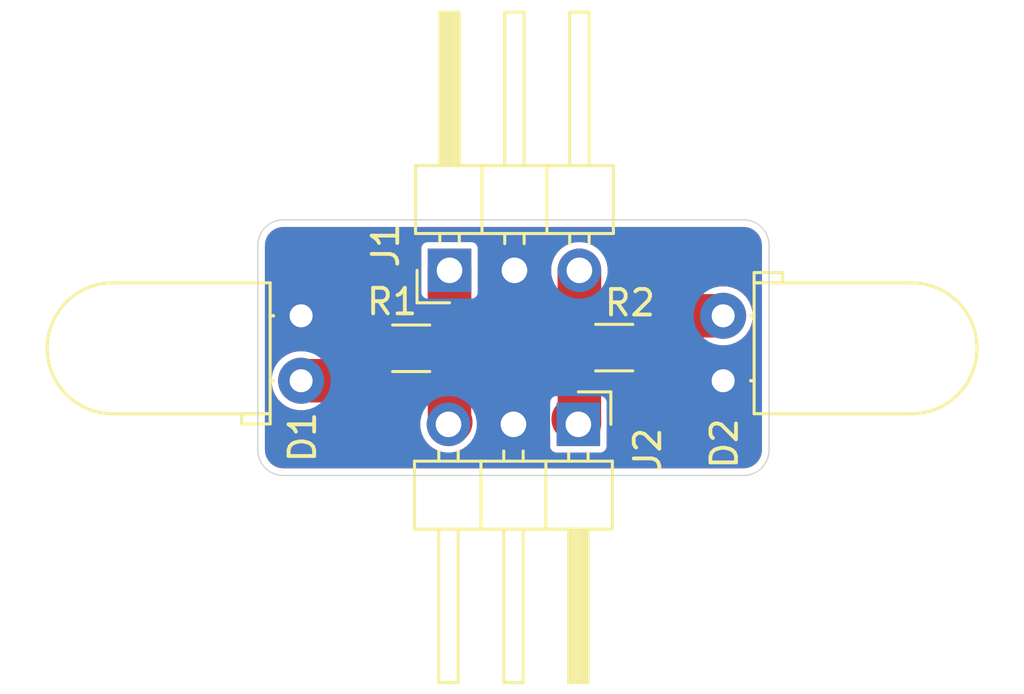
<source format=kicad_pcb>
(kicad_pcb (version 20171130) (host pcbnew 5.99.0+really5.1.10+dfsg1-1)

  (general
    (thickness 1.6)
    (drawings 8)
    (tracks 14)
    (zones 0)
    (modules 6)
    (nets 6)
  )

  (page A4)
  (layers
    (0 F.Cu signal)
    (31 B.Cu signal)
    (32 B.Adhes user)
    (33 F.Adhes user)
    (34 B.Paste user)
    (35 F.Paste user)
    (36 B.SilkS user)
    (37 F.SilkS user)
    (38 B.Mask user)
    (39 F.Mask user)
    (40 Dwgs.User user)
    (41 Cmts.User user)
    (42 Eco1.User user)
    (43 Eco2.User user)
    (44 Edge.Cuts user)
    (45 Margin user)
    (46 B.CrtYd user)
    (47 F.CrtYd user)
    (48 B.Fab user)
    (49 F.Fab user)
  )

  (setup
    (last_trace_width 1.7)
    (user_trace_width 1.7)
    (trace_clearance 0.2)
    (zone_clearance 0.254)
    (zone_45_only no)
    (trace_min 0.2)
    (via_size 0.8)
    (via_drill 0.4)
    (via_min_size 0.4)
    (via_min_drill 0.3)
    (uvia_size 0.3)
    (uvia_drill 0.1)
    (uvias_allowed no)
    (uvia_min_size 0.2)
    (uvia_min_drill 0.1)
    (edge_width 0.05)
    (segment_width 0.2)
    (pcb_text_width 0.3)
    (pcb_text_size 1.5 1.5)
    (mod_edge_width 0.12)
    (mod_text_size 1 1)
    (mod_text_width 0.15)
    (pad_size 1.524 1.524)
    (pad_drill 0.762)
    (pad_to_mask_clearance 0)
    (aux_axis_origin 137 106)
    (grid_origin 137 106)
    (visible_elements FFFFFF7F)
    (pcbplotparams
      (layerselection 0x010fc_ffffffff)
      (usegerberextensions false)
      (usegerberattributes true)
      (usegerberadvancedattributes true)
      (creategerberjobfile true)
      (excludeedgelayer true)
      (linewidth 0.100000)
      (plotframeref false)
      (viasonmask false)
      (mode 1)
      (useauxorigin false)
      (hpglpennumber 1)
      (hpglpenspeed 20)
      (hpglpendiameter 15.000000)
      (psnegative false)
      (psa4output false)
      (plotreference true)
      (plotvalue true)
      (plotinvisibletext false)
      (padsonsilk false)
      (subtractmaskfromsilk false)
      (outputformat 1)
      (mirror false)
      (drillshape 1)
      (scaleselection 1)
      (outputdirectory ""))
  )

  (net 0 "")
  (net 1 "Net-(D1-Pad2)")
  (net 2 GND)
  (net 3 "Net-(D2-Pad2)")
  (net 4 "Net-(J1-Pad3)")
  (net 5 "Net-(J1-Pad1)")

  (net_class Default "This is the default net class."
    (clearance 0.2)
    (trace_width 0.25)
    (via_dia 0.8)
    (via_drill 0.4)
    (uvia_dia 0.3)
    (uvia_drill 0.1)
    (add_net GND)
    (add_net "Net-(D1-Pad2)")
    (add_net "Net-(D2-Pad2)")
    (add_net "Net-(J1-Pad1)")
    (add_net "Net-(J1-Pad3)")
  )

  (module Resistor_SMD:R_1206_3216Metric_Pad1.30x1.75mm_HandSolder (layer F.Cu) (tedit 5F68FEEE) (tstamp 620EA4B4)
    (at 150.94188 100.9986)
    (descr "Resistor SMD 1206 (3216 Metric), square (rectangular) end terminal, IPC_7351 nominal with elongated pad for handsoldering. (Body size source: IPC-SM-782 page 72, https://www.pcb-3d.com/wordpress/wp-content/uploads/ipc-sm-782a_amendment_1_and_2.pdf), generated with kicad-footprint-generator")
    (tags "resistor handsolder")
    (path /620DED1F)
    (attr smd)
    (fp_text reference R2 (at 0.614 -1.75) (layer F.SilkS)
      (effects (font (size 1 1) (thickness 0.15)))
    )
    (fp_text value 270 (at 0 1.82) (layer F.Fab)
      (effects (font (size 1 1) (thickness 0.15)))
    )
    (fp_line (start 2.45 1.12) (end -2.45 1.12) (layer F.CrtYd) (width 0.05))
    (fp_line (start 2.45 -1.12) (end 2.45 1.12) (layer F.CrtYd) (width 0.05))
    (fp_line (start -2.45 -1.12) (end 2.45 -1.12) (layer F.CrtYd) (width 0.05))
    (fp_line (start -2.45 1.12) (end -2.45 -1.12) (layer F.CrtYd) (width 0.05))
    (fp_line (start -0.727064 0.91) (end 0.727064 0.91) (layer F.SilkS) (width 0.12))
    (fp_line (start -0.727064 -0.91) (end 0.727064 -0.91) (layer F.SilkS) (width 0.12))
    (fp_line (start 1.6 0.8) (end -1.6 0.8) (layer F.Fab) (width 0.1))
    (fp_line (start 1.6 -0.8) (end 1.6 0.8) (layer F.Fab) (width 0.1))
    (fp_line (start -1.6 -0.8) (end 1.6 -0.8) (layer F.Fab) (width 0.1))
    (fp_line (start -1.6 0.8) (end -1.6 -0.8) (layer F.Fab) (width 0.1))
    (fp_text user %R (at 0 0) (layer F.Fab)
      (effects (font (size 0.8 0.8) (thickness 0.12)))
    )
    (pad 2 smd roundrect (at 1.55 0) (size 1.3 1.75) (layers F.Cu F.Paste F.Mask) (roundrect_rratio 0.192308)
      (net 3 "Net-(D2-Pad2)"))
    (pad 1 smd roundrect (at -1.55 0) (size 1.3 1.75) (layers F.Cu F.Paste F.Mask) (roundrect_rratio 0.192308)
      (net 4 "Net-(J1-Pad3)"))
    (model ${KISYS3DMOD}/Resistor_SMD.3dshapes/R_1206_3216Metric.wrl
      (at (xyz 0 0 0))
      (scale (xyz 1 1 1))
      (rotate (xyz 0 0 0))
    )
  )

  (module Resistor_SMD:R_1206_3216Metric_Pad1.30x1.75mm_HandSolder (layer F.Cu) (tedit 5F68FEEE) (tstamp 620D86D4)
    (at 143 101.024)
    (descr "Resistor SMD 1206 (3216 Metric), square (rectangular) end terminal, IPC_7351 nominal with elongated pad for handsoldering. (Body size source: IPC-SM-782 page 72, https://www.pcb-3d.com/wordpress/wp-content/uploads/ipc-sm-782a_amendment_1_and_2.pdf), generated with kicad-footprint-generator")
    (tags "resistor handsolder")
    (path /620D5E2F)
    (attr smd)
    (fp_text reference R1 (at -0.75 -1.82) (layer F.SilkS)
      (effects (font (size 1 1) (thickness 0.15)))
    )
    (fp_text value 270 (at 0 1.82) (layer F.Fab)
      (effects (font (size 1 1) (thickness 0.15)))
    )
    (fp_line (start 2.45 1.12) (end -2.45 1.12) (layer F.CrtYd) (width 0.05))
    (fp_line (start 2.45 -1.12) (end 2.45 1.12) (layer F.CrtYd) (width 0.05))
    (fp_line (start -2.45 -1.12) (end 2.45 -1.12) (layer F.CrtYd) (width 0.05))
    (fp_line (start -2.45 1.12) (end -2.45 -1.12) (layer F.CrtYd) (width 0.05))
    (fp_line (start -0.727064 0.91) (end 0.727064 0.91) (layer F.SilkS) (width 0.12))
    (fp_line (start -0.727064 -0.91) (end 0.727064 -0.91) (layer F.SilkS) (width 0.12))
    (fp_line (start 1.6 0.8) (end -1.6 0.8) (layer F.Fab) (width 0.1))
    (fp_line (start 1.6 -0.8) (end 1.6 0.8) (layer F.Fab) (width 0.1))
    (fp_line (start -1.6 -0.8) (end 1.6 -0.8) (layer F.Fab) (width 0.1))
    (fp_line (start -1.6 0.8) (end -1.6 -0.8) (layer F.Fab) (width 0.1))
    (fp_text user %R (at 0 0) (layer F.Fab)
      (effects (font (size 0.8 0.8) (thickness 0.12)))
    )
    (pad 2 smd roundrect (at 1.55 0) (size 1.3 1.75) (layers F.Cu F.Paste F.Mask) (roundrect_rratio 0.192308)
      (net 5 "Net-(J1-Pad1)"))
    (pad 1 smd roundrect (at -1.55 0) (size 1.3 1.75) (layers F.Cu F.Paste F.Mask) (roundrect_rratio 0.192308)
      (net 1 "Net-(D1-Pad2)"))
    (model ${KISYS3DMOD}/Resistor_SMD.3dshapes/R_1206_3216Metric.wrl
      (at (xyz 0 0 0))
      (scale (xyz 1 1 1))
      (rotate (xyz 0 0 0))
    )
  )

  (module Connector_PinHeader_2.54mm:PinHeader_1x03_P2.54mm_Horizontal (layer F.Cu) (tedit 59FED5CB) (tstamp 620D86C3)
    (at 149.54 104 270)
    (descr "Through hole angled pin header, 1x03, 2.54mm pitch, 6mm pin length, single row")
    (tags "Through hole angled pin header THT 1x03 2.54mm single row")
    (path /620D6340)
    (fp_text reference J2 (at 1 -2.71 90) (layer F.SilkS)
      (effects (font (size 1 1) (thickness 0.15)))
    )
    (fp_text value Conn_01x03 (at 4.385 7.35 90) (layer F.Fab)
      (effects (font (size 1 1) (thickness 0.15)))
    )
    (fp_line (start 10.55 -1.8) (end -1.8 -1.8) (layer F.CrtYd) (width 0.05))
    (fp_line (start 10.55 6.85) (end 10.55 -1.8) (layer F.CrtYd) (width 0.05))
    (fp_line (start -1.8 6.85) (end 10.55 6.85) (layer F.CrtYd) (width 0.05))
    (fp_line (start -1.8 -1.8) (end -1.8 6.85) (layer F.CrtYd) (width 0.05))
    (fp_line (start -1.27 -1.27) (end 0 -1.27) (layer F.SilkS) (width 0.12))
    (fp_line (start -1.27 0) (end -1.27 -1.27) (layer F.SilkS) (width 0.12))
    (fp_line (start 1.042929 5.46) (end 1.44 5.46) (layer F.SilkS) (width 0.12))
    (fp_line (start 1.042929 4.7) (end 1.44 4.7) (layer F.SilkS) (width 0.12))
    (fp_line (start 10.1 5.46) (end 4.1 5.46) (layer F.SilkS) (width 0.12))
    (fp_line (start 10.1 4.7) (end 10.1 5.46) (layer F.SilkS) (width 0.12))
    (fp_line (start 4.1 4.7) (end 10.1 4.7) (layer F.SilkS) (width 0.12))
    (fp_line (start 1.44 3.81) (end 4.1 3.81) (layer F.SilkS) (width 0.12))
    (fp_line (start 1.042929 2.92) (end 1.44 2.92) (layer F.SilkS) (width 0.12))
    (fp_line (start 1.042929 2.16) (end 1.44 2.16) (layer F.SilkS) (width 0.12))
    (fp_line (start 10.1 2.92) (end 4.1 2.92) (layer F.SilkS) (width 0.12))
    (fp_line (start 10.1 2.16) (end 10.1 2.92) (layer F.SilkS) (width 0.12))
    (fp_line (start 4.1 2.16) (end 10.1 2.16) (layer F.SilkS) (width 0.12))
    (fp_line (start 1.44 1.27) (end 4.1 1.27) (layer F.SilkS) (width 0.12))
    (fp_line (start 1.11 0.38) (end 1.44 0.38) (layer F.SilkS) (width 0.12))
    (fp_line (start 1.11 -0.38) (end 1.44 -0.38) (layer F.SilkS) (width 0.12))
    (fp_line (start 4.1 0.28) (end 10.1 0.28) (layer F.SilkS) (width 0.12))
    (fp_line (start 4.1 0.16) (end 10.1 0.16) (layer F.SilkS) (width 0.12))
    (fp_line (start 4.1 0.04) (end 10.1 0.04) (layer F.SilkS) (width 0.12))
    (fp_line (start 4.1 -0.08) (end 10.1 -0.08) (layer F.SilkS) (width 0.12))
    (fp_line (start 4.1 -0.2) (end 10.1 -0.2) (layer F.SilkS) (width 0.12))
    (fp_line (start 4.1 -0.32) (end 10.1 -0.32) (layer F.SilkS) (width 0.12))
    (fp_line (start 10.1 0.38) (end 4.1 0.38) (layer F.SilkS) (width 0.12))
    (fp_line (start 10.1 -0.38) (end 10.1 0.38) (layer F.SilkS) (width 0.12))
    (fp_line (start 4.1 -0.38) (end 10.1 -0.38) (layer F.SilkS) (width 0.12))
    (fp_line (start 4.1 -1.33) (end 1.44 -1.33) (layer F.SilkS) (width 0.12))
    (fp_line (start 4.1 6.41) (end 4.1 -1.33) (layer F.SilkS) (width 0.12))
    (fp_line (start 1.44 6.41) (end 4.1 6.41) (layer F.SilkS) (width 0.12))
    (fp_line (start 1.44 -1.33) (end 1.44 6.41) (layer F.SilkS) (width 0.12))
    (fp_line (start 4.04 5.4) (end 10.04 5.4) (layer F.Fab) (width 0.1))
    (fp_line (start 10.04 4.76) (end 10.04 5.4) (layer F.Fab) (width 0.1))
    (fp_line (start 4.04 4.76) (end 10.04 4.76) (layer F.Fab) (width 0.1))
    (fp_line (start -0.32 5.4) (end 1.5 5.4) (layer F.Fab) (width 0.1))
    (fp_line (start -0.32 4.76) (end -0.32 5.4) (layer F.Fab) (width 0.1))
    (fp_line (start -0.32 4.76) (end 1.5 4.76) (layer F.Fab) (width 0.1))
    (fp_line (start 4.04 2.86) (end 10.04 2.86) (layer F.Fab) (width 0.1))
    (fp_line (start 10.04 2.22) (end 10.04 2.86) (layer F.Fab) (width 0.1))
    (fp_line (start 4.04 2.22) (end 10.04 2.22) (layer F.Fab) (width 0.1))
    (fp_line (start -0.32 2.86) (end 1.5 2.86) (layer F.Fab) (width 0.1))
    (fp_line (start -0.32 2.22) (end -0.32 2.86) (layer F.Fab) (width 0.1))
    (fp_line (start -0.32 2.22) (end 1.5 2.22) (layer F.Fab) (width 0.1))
    (fp_line (start 4.04 0.32) (end 10.04 0.32) (layer F.Fab) (width 0.1))
    (fp_line (start 10.04 -0.32) (end 10.04 0.32) (layer F.Fab) (width 0.1))
    (fp_line (start 4.04 -0.32) (end 10.04 -0.32) (layer F.Fab) (width 0.1))
    (fp_line (start -0.32 0.32) (end 1.5 0.32) (layer F.Fab) (width 0.1))
    (fp_line (start -0.32 -0.32) (end -0.32 0.32) (layer F.Fab) (width 0.1))
    (fp_line (start -0.32 -0.32) (end 1.5 -0.32) (layer F.Fab) (width 0.1))
    (fp_line (start 1.5 -0.635) (end 2.135 -1.27) (layer F.Fab) (width 0.1))
    (fp_line (start 1.5 6.35) (end 1.5 -0.635) (layer F.Fab) (width 0.1))
    (fp_line (start 4.04 6.35) (end 1.5 6.35) (layer F.Fab) (width 0.1))
    (fp_line (start 4.04 -1.27) (end 4.04 6.35) (layer F.Fab) (width 0.1))
    (fp_line (start 2.135 -1.27) (end 4.04 -1.27) (layer F.Fab) (width 0.1))
    (fp_text user %R (at 2.77 2.54) (layer F.Fab)
      (effects (font (size 1 1) (thickness 0.15)))
    )
    (pad 3 thru_hole oval (at 0 5.08 270) (size 1.7 1.7) (drill 1) (layers *.Cu *.Mask)
      (net 5 "Net-(J1-Pad1)"))
    (pad 2 thru_hole oval (at 0 2.54 270) (size 1.7 1.7) (drill 1) (layers *.Cu *.Mask)
      (net 2 GND))
    (pad 1 thru_hole rect (at 0 0 270) (size 1.7 1.7) (drill 1) (layers *.Cu *.Mask)
      (net 4 "Net-(J1-Pad3)"))
    (model ${KISYS3DMOD}/Connector_PinHeader_2.54mm.3dshapes/PinHeader_1x03_P2.54mm_Horizontal.wrl
      (at (xyz 0 0 0))
      (scale (xyz 1 1 1))
      (rotate (xyz 0 0 0))
    )
  )

  (module Connector_PinHeader_2.54mm:PinHeader_1x03_P2.54mm_Horizontal (layer F.Cu) (tedit 59FED5CB) (tstamp 620EA625)
    (at 144.5 97.976 90)
    (descr "Through hole angled pin header, 1x03, 2.54mm pitch, 6mm pin length, single row")
    (tags "Through hole angled pin header THT 1x03 2.54mm single row")
    (path /620DA4B2)
    (fp_text reference J1 (at 0.976 -2.5 90) (layer F.SilkS)
      (effects (font (size 1 1) (thickness 0.15)))
    )
    (fp_text value Conn_01x03 (at 4.385 7.35 90) (layer F.Fab)
      (effects (font (size 1 1) (thickness 0.15)))
    )
    (fp_line (start 10.55 -1.8) (end -1.8 -1.8) (layer F.CrtYd) (width 0.05))
    (fp_line (start 10.55 6.85) (end 10.55 -1.8) (layer F.CrtYd) (width 0.05))
    (fp_line (start -1.8 6.85) (end 10.55 6.85) (layer F.CrtYd) (width 0.05))
    (fp_line (start -1.8 -1.8) (end -1.8 6.85) (layer F.CrtYd) (width 0.05))
    (fp_line (start -1.27 -1.27) (end 0 -1.27) (layer F.SilkS) (width 0.12))
    (fp_line (start -1.27 0) (end -1.27 -1.27) (layer F.SilkS) (width 0.12))
    (fp_line (start 1.042929 5.46) (end 1.44 5.46) (layer F.SilkS) (width 0.12))
    (fp_line (start 1.042929 4.7) (end 1.44 4.7) (layer F.SilkS) (width 0.12))
    (fp_line (start 10.1 5.46) (end 4.1 5.46) (layer F.SilkS) (width 0.12))
    (fp_line (start 10.1 4.7) (end 10.1 5.46) (layer F.SilkS) (width 0.12))
    (fp_line (start 4.1 4.7) (end 10.1 4.7) (layer F.SilkS) (width 0.12))
    (fp_line (start 1.44 3.81) (end 4.1 3.81) (layer F.SilkS) (width 0.12))
    (fp_line (start 1.042929 2.92) (end 1.44 2.92) (layer F.SilkS) (width 0.12))
    (fp_line (start 1.042929 2.16) (end 1.44 2.16) (layer F.SilkS) (width 0.12))
    (fp_line (start 10.1 2.92) (end 4.1 2.92) (layer F.SilkS) (width 0.12))
    (fp_line (start 10.1 2.16) (end 10.1 2.92) (layer F.SilkS) (width 0.12))
    (fp_line (start 4.1 2.16) (end 10.1 2.16) (layer F.SilkS) (width 0.12))
    (fp_line (start 1.44 1.27) (end 4.1 1.27) (layer F.SilkS) (width 0.12))
    (fp_line (start 1.11 0.38) (end 1.44 0.38) (layer F.SilkS) (width 0.12))
    (fp_line (start 1.11 -0.38) (end 1.44 -0.38) (layer F.SilkS) (width 0.12))
    (fp_line (start 4.1 0.28) (end 10.1 0.28) (layer F.SilkS) (width 0.12))
    (fp_line (start 4.1 0.16) (end 10.1 0.16) (layer F.SilkS) (width 0.12))
    (fp_line (start 4.1 0.04) (end 10.1 0.04) (layer F.SilkS) (width 0.12))
    (fp_line (start 4.1 -0.08) (end 10.1 -0.08) (layer F.SilkS) (width 0.12))
    (fp_line (start 4.1 -0.2) (end 10.1 -0.2) (layer F.SilkS) (width 0.12))
    (fp_line (start 4.1 -0.32) (end 10.1 -0.32) (layer F.SilkS) (width 0.12))
    (fp_line (start 10.1 0.38) (end 4.1 0.38) (layer F.SilkS) (width 0.12))
    (fp_line (start 10.1 -0.38) (end 10.1 0.38) (layer F.SilkS) (width 0.12))
    (fp_line (start 4.1 -0.38) (end 10.1 -0.38) (layer F.SilkS) (width 0.12))
    (fp_line (start 4.1 -1.33) (end 1.44 -1.33) (layer F.SilkS) (width 0.12))
    (fp_line (start 4.1 6.41) (end 4.1 -1.33) (layer F.SilkS) (width 0.12))
    (fp_line (start 1.44 6.41) (end 4.1 6.41) (layer F.SilkS) (width 0.12))
    (fp_line (start 1.44 -1.33) (end 1.44 6.41) (layer F.SilkS) (width 0.12))
    (fp_line (start 4.04 5.4) (end 10.04 5.4) (layer F.Fab) (width 0.1))
    (fp_line (start 10.04 4.76) (end 10.04 5.4) (layer F.Fab) (width 0.1))
    (fp_line (start 4.04 4.76) (end 10.04 4.76) (layer F.Fab) (width 0.1))
    (fp_line (start -0.32 5.4) (end 1.5 5.4) (layer F.Fab) (width 0.1))
    (fp_line (start -0.32 4.76) (end -0.32 5.4) (layer F.Fab) (width 0.1))
    (fp_line (start -0.32 4.76) (end 1.5 4.76) (layer F.Fab) (width 0.1))
    (fp_line (start 4.04 2.86) (end 10.04 2.86) (layer F.Fab) (width 0.1))
    (fp_line (start 10.04 2.22) (end 10.04 2.86) (layer F.Fab) (width 0.1))
    (fp_line (start 4.04 2.22) (end 10.04 2.22) (layer F.Fab) (width 0.1))
    (fp_line (start -0.32 2.86) (end 1.5 2.86) (layer F.Fab) (width 0.1))
    (fp_line (start -0.32 2.22) (end -0.32 2.86) (layer F.Fab) (width 0.1))
    (fp_line (start -0.32 2.22) (end 1.5 2.22) (layer F.Fab) (width 0.1))
    (fp_line (start 4.04 0.32) (end 10.04 0.32) (layer F.Fab) (width 0.1))
    (fp_line (start 10.04 -0.32) (end 10.04 0.32) (layer F.Fab) (width 0.1))
    (fp_line (start 4.04 -0.32) (end 10.04 -0.32) (layer F.Fab) (width 0.1))
    (fp_line (start -0.32 0.32) (end 1.5 0.32) (layer F.Fab) (width 0.1))
    (fp_line (start -0.32 -0.32) (end -0.32 0.32) (layer F.Fab) (width 0.1))
    (fp_line (start -0.32 -0.32) (end 1.5 -0.32) (layer F.Fab) (width 0.1))
    (fp_line (start 1.5 -0.635) (end 2.135 -1.27) (layer F.Fab) (width 0.1))
    (fp_line (start 1.5 6.35) (end 1.5 -0.635) (layer F.Fab) (width 0.1))
    (fp_line (start 4.04 6.35) (end 1.5 6.35) (layer F.Fab) (width 0.1))
    (fp_line (start 4.04 -1.27) (end 4.04 6.35) (layer F.Fab) (width 0.1))
    (fp_line (start 2.135 -1.27) (end 4.04 -1.27) (layer F.Fab) (width 0.1))
    (fp_text user %R (at 2.77 2.54) (layer F.Fab)
      (effects (font (size 1 1) (thickness 0.15)))
    )
    (pad 3 thru_hole oval (at 0 5.08 90) (size 1.7 1.7) (drill 1) (layers *.Cu *.Mask)
      (net 4 "Net-(J1-Pad3)"))
    (pad 2 thru_hole oval (at 0 2.54 90) (size 1.7 1.7) (drill 1) (layers *.Cu *.Mask)
      (net 2 GND))
    (pad 1 thru_hole rect (at 0 0 90) (size 1.7 1.7) (drill 1) (layers *.Cu *.Mask)
      (net 5 "Net-(J1-Pad1)"))
    (model ${KISYS3DMOD}/Connector_PinHeader_2.54mm.3dshapes/PinHeader_1x03_P2.54mm_Horizontal.wrl
      (at (xyz 0 0 0))
      (scale (xyz 1 1 1))
      (rotate (xyz 0 0 0))
    )
  )

  (module LED_THT:LED_D5.0mm_Horizontal_O1.27mm_Z3.0mm (layer F.Cu) (tedit 5880A862) (tstamp 620EA81F)
    (at 155.204 102.294 90)
    (descr "LED, diameter 5.0mm z-position of LED center 3.0mm, 2 pins")
    (tags "LED diameter 5.0mm z-position of LED center 3.0mm 2 pins")
    (path /620D6927)
    (fp_text reference D2 (at -2.456 0.046 90) (layer F.SilkS)
      (effects (font (size 1 1) (thickness 0.15)))
    )
    (fp_text value Red (at 1.27 10.93 90) (layer F.Fab)
      (effects (font (size 1 1) (thickness 0.15)))
    )
    (fp_line (start 4.5 -1.25) (end -1.95 -1.25) (layer F.CrtYd) (width 0.05))
    (fp_line (start 4.5 10.2) (end 4.5 -1.25) (layer F.CrtYd) (width 0.05))
    (fp_line (start -1.95 10.2) (end 4.5 10.2) (layer F.CrtYd) (width 0.05))
    (fp_line (start -1.95 -1.25) (end -1.95 10.2) (layer F.CrtYd) (width 0.05))
    (fp_line (start 2.54 1.08) (end 2.54 1.08) (layer F.SilkS) (width 0.12))
    (fp_line (start 2.54 1.21) (end 2.54 1.08) (layer F.SilkS) (width 0.12))
    (fp_line (start 2.54 1.21) (end 2.54 1.21) (layer F.SilkS) (width 0.12))
    (fp_line (start 2.54 1.08) (end 2.54 1.21) (layer F.SilkS) (width 0.12))
    (fp_line (start 0 1.08) (end 0 1.08) (layer F.SilkS) (width 0.12))
    (fp_line (start 0 1.21) (end 0 1.08) (layer F.SilkS) (width 0.12))
    (fp_line (start 0 1.21) (end 0 1.21) (layer F.SilkS) (width 0.12))
    (fp_line (start 0 1.08) (end 0 1.21) (layer F.SilkS) (width 0.12))
    (fp_line (start 3.83 1.21) (end 4.23 1.21) (layer F.SilkS) (width 0.12))
    (fp_line (start 3.83 2.33) (end 3.83 1.21) (layer F.SilkS) (width 0.12))
    (fp_line (start 4.23 2.33) (end 3.83 2.33) (layer F.SilkS) (width 0.12))
    (fp_line (start 4.23 1.21) (end 4.23 2.33) (layer F.SilkS) (width 0.12))
    (fp_line (start -1.29 1.21) (end 3.83 1.21) (layer F.SilkS) (width 0.12))
    (fp_line (start 3.83 1.21) (end 3.83 7.37) (layer F.SilkS) (width 0.12))
    (fp_line (start -1.29 1.21) (end -1.29 7.37) (layer F.SilkS) (width 0.12))
    (fp_line (start 2.54 0) (end 2.54 0) (layer F.Fab) (width 0.1))
    (fp_line (start 2.54 1.27) (end 2.54 0) (layer F.Fab) (width 0.1))
    (fp_line (start 2.54 1.27) (end 2.54 1.27) (layer F.Fab) (width 0.1))
    (fp_line (start 2.54 0) (end 2.54 1.27) (layer F.Fab) (width 0.1))
    (fp_line (start 0 0) (end 0 0) (layer F.Fab) (width 0.1))
    (fp_line (start 0 1.27) (end 0 0) (layer F.Fab) (width 0.1))
    (fp_line (start 0 1.27) (end 0 1.27) (layer F.Fab) (width 0.1))
    (fp_line (start 0 0) (end 0 1.27) (layer F.Fab) (width 0.1))
    (fp_line (start 3.77 1.27) (end 4.17 1.27) (layer F.Fab) (width 0.1))
    (fp_line (start 3.77 2.27) (end 3.77 1.27) (layer F.Fab) (width 0.1))
    (fp_line (start 4.17 2.27) (end 3.77 2.27) (layer F.Fab) (width 0.1))
    (fp_line (start 4.17 1.27) (end 4.17 2.27) (layer F.Fab) (width 0.1))
    (fp_line (start -1.23 1.27) (end 3.77 1.27) (layer F.Fab) (width 0.1))
    (fp_line (start 3.77 1.27) (end 3.77 7.37) (layer F.Fab) (width 0.1))
    (fp_line (start -1.23 1.27) (end -1.23 7.37) (layer F.Fab) (width 0.1))
    (fp_arc (start 1.27 7.37) (end -1.29 7.37) (angle -180) (layer F.SilkS) (width 0.12))
    (fp_arc (start 1.27 7.37) (end -1.23 7.37) (angle -180) (layer F.Fab) (width 0.1))
    (pad 2 thru_hole circle (at 2.54 0 90) (size 1.8 1.8) (drill 0.9) (layers *.Cu *.Mask)
      (net 3 "Net-(D2-Pad2)"))
    (pad 1 thru_hole rect (at 0 0 90) (size 1.8 1.8) (drill 0.9) (layers *.Cu *.Mask)
      (net 2 GND))
    (model ${KISYS3DMOD}/LED_THT.3dshapes/LED_D5.0mm_Horizontal_O1.27mm_Z3.0mm.wrl
      (at (xyz 0 0 0))
      (scale (xyz 1 1 1))
      (rotate (xyz 0 0 0))
    )
  )

  (module LED_THT:LED_D5.0mm_Horizontal_O1.27mm_Z3.0mm (layer F.Cu) (tedit 5880A862) (tstamp 620D8619)
    (at 138.694 99.754 270)
    (descr "LED, diameter 5.0mm z-position of LED center 3.0mm, 2 pins")
    (tags "LED diameter 5.0mm z-position of LED center 3.0mm 2 pins")
    (path /620D5B04)
    (fp_text reference D1 (at 4.746 -0.056 90) (layer F.SilkS)
      (effects (font (size 1 1) (thickness 0.15)))
    )
    (fp_text value Green (at 1.27 10.93 90) (layer F.Fab)
      (effects (font (size 1 1) (thickness 0.15)))
    )
    (fp_line (start 4.5 -1.25) (end -1.95 -1.25) (layer F.CrtYd) (width 0.05))
    (fp_line (start 4.5 10.2) (end 4.5 -1.25) (layer F.CrtYd) (width 0.05))
    (fp_line (start -1.95 10.2) (end 4.5 10.2) (layer F.CrtYd) (width 0.05))
    (fp_line (start -1.95 -1.25) (end -1.95 10.2) (layer F.CrtYd) (width 0.05))
    (fp_line (start 2.54 1.08) (end 2.54 1.08) (layer F.SilkS) (width 0.12))
    (fp_line (start 2.54 1.21) (end 2.54 1.08) (layer F.SilkS) (width 0.12))
    (fp_line (start 2.54 1.21) (end 2.54 1.21) (layer F.SilkS) (width 0.12))
    (fp_line (start 2.54 1.08) (end 2.54 1.21) (layer F.SilkS) (width 0.12))
    (fp_line (start 0 1.08) (end 0 1.08) (layer F.SilkS) (width 0.12))
    (fp_line (start 0 1.21) (end 0 1.08) (layer F.SilkS) (width 0.12))
    (fp_line (start 0 1.21) (end 0 1.21) (layer F.SilkS) (width 0.12))
    (fp_line (start 0 1.08) (end 0 1.21) (layer F.SilkS) (width 0.12))
    (fp_line (start 3.83 1.21) (end 4.23 1.21) (layer F.SilkS) (width 0.12))
    (fp_line (start 3.83 2.33) (end 3.83 1.21) (layer F.SilkS) (width 0.12))
    (fp_line (start 4.23 2.33) (end 3.83 2.33) (layer F.SilkS) (width 0.12))
    (fp_line (start 4.23 1.21) (end 4.23 2.33) (layer F.SilkS) (width 0.12))
    (fp_line (start -1.29 1.21) (end 3.83 1.21) (layer F.SilkS) (width 0.12))
    (fp_line (start 3.83 1.21) (end 3.83 7.37) (layer F.SilkS) (width 0.12))
    (fp_line (start -1.29 1.21) (end -1.29 7.37) (layer F.SilkS) (width 0.12))
    (fp_line (start 2.54 0) (end 2.54 0) (layer F.Fab) (width 0.1))
    (fp_line (start 2.54 1.27) (end 2.54 0) (layer F.Fab) (width 0.1))
    (fp_line (start 2.54 1.27) (end 2.54 1.27) (layer F.Fab) (width 0.1))
    (fp_line (start 2.54 0) (end 2.54 1.27) (layer F.Fab) (width 0.1))
    (fp_line (start 0 0) (end 0 0) (layer F.Fab) (width 0.1))
    (fp_line (start 0 1.27) (end 0 0) (layer F.Fab) (width 0.1))
    (fp_line (start 0 1.27) (end 0 1.27) (layer F.Fab) (width 0.1))
    (fp_line (start 0 0) (end 0 1.27) (layer F.Fab) (width 0.1))
    (fp_line (start 3.77 1.27) (end 4.17 1.27) (layer F.Fab) (width 0.1))
    (fp_line (start 3.77 2.27) (end 3.77 1.27) (layer F.Fab) (width 0.1))
    (fp_line (start 4.17 2.27) (end 3.77 2.27) (layer F.Fab) (width 0.1))
    (fp_line (start 4.17 1.27) (end 4.17 2.27) (layer F.Fab) (width 0.1))
    (fp_line (start -1.23 1.27) (end 3.77 1.27) (layer F.Fab) (width 0.1))
    (fp_line (start 3.77 1.27) (end 3.77 7.37) (layer F.Fab) (width 0.1))
    (fp_line (start -1.23 1.27) (end -1.23 7.37) (layer F.Fab) (width 0.1))
    (fp_arc (start 1.27 7.37) (end -1.29 7.37) (angle -180) (layer F.SilkS) (width 0.12))
    (fp_arc (start 1.27 7.37) (end -1.23 7.37) (angle -180) (layer F.Fab) (width 0.1))
    (pad 2 thru_hole circle (at 2.54 0 270) (size 1.8 1.8) (drill 0.9) (layers *.Cu *.Mask)
      (net 1 "Net-(D1-Pad2)"))
    (pad 1 thru_hole rect (at 0 0 270) (size 1.8 1.8) (drill 0.9) (layers *.Cu *.Mask)
      (net 2 GND))
    (model ${KISYS3DMOD}/LED_THT.3dshapes/LED_D5.0mm_Horizontal_O1.27mm_Z3.0mm.wrl
      (at (xyz 0 0 0))
      (scale (xyz 1 1 1))
      (rotate (xyz 0 0 0))
    )
  )

  (gr_arc (start 138 105) (end 137 105) (angle -90) (layer Edge.Cuts) (width 0.05) (tstamp 620EAB59))
  (gr_arc (start 138 97) (end 138 96) (angle -90) (layer Edge.Cuts) (width 0.05) (tstamp 620EAB59))
  (gr_arc (start 156 97) (end 157 97) (angle -90) (layer Edge.Cuts) (width 0.05) (tstamp 620EAB59))
  (gr_arc (start 156 105) (end 156 106) (angle -90) (layer Edge.Cuts) (width 0.05))
  (gr_line (start 156 96) (end 138 96) (layer Edge.Cuts) (width 0.05) (tstamp 620EA009))
  (gr_line (start 157 105) (end 157 97) (layer Edge.Cuts) (width 0.05))
  (gr_line (start 138 106) (end 156 106) (layer Edge.Cuts) (width 0.05))
  (gr_line (start 137 97) (end 137 105) (layer Edge.Cuts) (width 0.05))

  (segment (start 141.45 101.024) (end 141.361 101.024) (width 1.7) (layer F.Cu) (net 1))
  (segment (start 140.091 102.294) (end 138.694 102.294) (width 1.7) (layer F.Cu) (net 1))
  (segment (start 141.361 101.024) (end 140.091 102.294) (width 1.7) (layer F.Cu) (net 1))
  (segment (start 152.49188 100.9986) (end 152.49188 100.68812) (width 1.7) (layer F.Cu) (net 3))
  (segment (start 153.426 99.754) (end 155.204 99.754) (width 1.7) (layer F.Cu) (net 3))
  (segment (start 152.49188 100.68812) (end 153.426 99.754) (width 1.7) (layer F.Cu) (net 3))
  (segment (start 149.58 97.976) (end 149.58 100.756) (width 1.7) (layer F.Cu) (net 4))
  (segment (start 149.336 103.796) (end 149.54 104) (width 1.7) (layer F.Cu) (net 4))
  (segment (start 149.58 103.96) (end 149.54 104) (width 1.7) (layer F.Cu) (net 4))
  (segment (start 149.58 97.976) (end 149.58 103.96) (width 1.7) (layer F.Cu) (net 4))
  (segment (start 144.5 97.976) (end 144.5 100.974) (width 1.7) (layer F.Cu) (net 5))
  (segment (start 144.55 103.91) (end 144.46 104) (width 1.7) (layer F.Cu) (net 5))
  (segment (start 144.5 103.96) (end 144.46 104) (width 1.7) (layer F.Cu) (net 5))
  (segment (start 144.5 97.976) (end 144.5 103.96) (width 1.7) (layer F.Cu) (net 5))

  (zone (net 2) (net_name GND) (layer F.Cu) (tstamp 0) (hatch edge 0.508)
    (connect_pads yes (clearance 0.254))
    (min_thickness 0.127)
    (fill yes (arc_segments 32) (thermal_gap 0.508) (thermal_bridge_width 0.508))
    (polygon
      (pts
        (xy 157 106) (xy 137 106) (xy 137 96) (xy 157 96)
      )
    )
    (filled_polygon
      (pts
        (xy 156.127388 96.356633) (xy 156.249926 96.393629) (xy 156.362948 96.453724) (xy 156.46214 96.534622) (xy 156.543731 96.633249)
        (xy 156.60461 96.745844) (xy 156.642461 96.868121) (xy 156.657501 97.01121) (xy 156.6575 104.983253) (xy 156.643367 105.127388)
        (xy 156.606371 105.249926) (xy 156.546275 105.36295) (xy 156.465378 105.46214) (xy 156.366754 105.543729) (xy 156.254156 105.60461)
        (xy 156.131879 105.642461) (xy 155.988799 105.6575) (xy 138.016747 105.6575) (xy 137.872612 105.643367) (xy 137.750074 105.606371)
        (xy 137.63705 105.546275) (xy 137.53786 105.465378) (xy 137.456271 105.366754) (xy 137.39539 105.254156) (xy 137.357539 105.131879)
        (xy 137.3425 104.988799) (xy 137.3425 104) (xy 143.286851 104) (xy 143.2925 104.057354) (xy 143.2925 104.114989)
        (xy 143.303744 104.171519) (xy 143.309393 104.228869) (xy 143.326121 104.284013) (xy 143.337366 104.340547) (xy 143.359424 104.393801)
        (xy 143.376152 104.448944) (xy 143.403316 104.499764) (xy 143.425375 104.553019) (xy 143.4574 104.600947) (xy 143.484563 104.651766)
        (xy 143.52112 104.696311) (xy 143.553144 104.744238) (xy 143.593901 104.784995) (xy 143.630459 104.829541) (xy 143.675005 104.866099)
        (xy 143.715762 104.906856) (xy 143.763689 104.93888) (xy 143.808234 104.975437) (xy 143.859053 105.0026) (xy 143.906981 105.034625)
        (xy 143.960236 105.056684) (xy 144.011056 105.083848) (xy 144.066199 105.100576) (xy 144.119453 105.122634) (xy 144.175987 105.133879)
        (xy 144.231131 105.150607) (xy 144.288481 105.156256) (xy 144.345011 105.1675) (xy 144.402646 105.1675) (xy 144.46 105.173149)
        (xy 144.517354 105.1675) (xy 144.574989 105.1675) (xy 144.631519 105.156256) (xy 144.688869 105.150607) (xy 144.744013 105.133879)
        (xy 144.800547 105.122634) (xy 144.853801 105.100576) (xy 144.908944 105.083848) (xy 144.959764 105.056684) (xy 145.013019 105.034625)
        (xy 145.060947 105.0026) (xy 145.111766 104.975437) (xy 145.156313 104.938879) (xy 145.204238 104.906856) (xy 145.284985 104.826109)
        (xy 145.329542 104.789542) (xy 145.366109 104.744985) (xy 145.416103 104.694991) (xy 145.525437 104.561766) (xy 145.633848 104.358944)
        (xy 145.700607 104.13887) (xy 145.723149 103.910001) (xy 145.711921 103.796) (xy 148.162851 103.796) (xy 148.185393 104.024869)
        (xy 148.252152 104.244944) (xy 148.360563 104.447766) (xy 148.370964 104.46044) (xy 148.370964 104.85) (xy 148.377094 104.912241)
        (xy 148.395249 104.97209) (xy 148.424731 105.027247) (xy 148.464407 105.075593) (xy 148.512753 105.115269) (xy 148.56791 105.144751)
        (xy 148.627759 105.162906) (xy 148.69 105.169036) (xy 149.498241 105.169036) (xy 149.54 105.173149) (xy 149.581759 105.169036)
        (xy 150.39 105.169036) (xy 150.452241 105.162906) (xy 150.51209 105.144751) (xy 150.567247 105.115269) (xy 150.615593 105.075593)
        (xy 150.655269 105.027247) (xy 150.684751 104.97209) (xy 150.702906 104.912241) (xy 150.709036 104.85) (xy 150.709036 104.259981)
        (xy 150.730608 104.188869) (xy 150.753149 103.96) (xy 150.7475 103.902643) (xy 150.7475 100.68812) (xy 151.318731 100.68812)
        (xy 151.32438 100.745474) (xy 151.32438 101.055954) (xy 151.341273 101.227469) (xy 151.408032 101.447544) (xy 151.516442 101.650366)
        (xy 151.526713 101.662881) (xy 151.533778 101.734613) (xy 151.566159 101.841361) (xy 151.618744 101.939739) (xy 151.689511 102.025969)
        (xy 151.775741 102.096736) (xy 151.874119 102.149321) (xy 151.980867 102.181702) (xy 152.09188 102.192636) (xy 152.89188 102.192636)
        (xy 153.002893 102.181702) (xy 153.109641 102.149321) (xy 153.208019 102.096736) (xy 153.294249 102.025969) (xy 153.365016 101.939739)
        (xy 153.417601 101.841361) (xy 153.449982 101.734613) (xy 153.457047 101.662882) (xy 153.467318 101.650367) (xy 153.575728 101.447545)
        (xy 153.642487 101.22747) (xy 153.646733 101.184361) (xy 153.909595 100.9215) (xy 154.841113 100.9215) (xy 154.848868 100.924712)
        (xy 155.084087 100.9715) (xy 155.323913 100.9715) (xy 155.559132 100.924712) (xy 155.780703 100.832935) (xy 155.980111 100.699694)
        (xy 156.149694 100.530111) (xy 156.282935 100.330703) (xy 156.374712 100.109132) (xy 156.4215 99.873913) (xy 156.4215 99.634087)
        (xy 156.374712 99.398868) (xy 156.282935 99.177297) (xy 156.149694 98.977889) (xy 155.980111 98.808306) (xy 155.780703 98.675065)
        (xy 155.559132 98.583288) (xy 155.323913 98.5365) (xy 155.084087 98.5365) (xy 154.848868 98.583288) (xy 154.841113 98.5865)
        (xy 153.483354 98.5865) (xy 153.425999 98.580851) (xy 153.197129 98.603393) (xy 152.977055 98.670152) (xy 152.774233 98.778562)
        (xy 152.596458 98.924458) (xy 152.559896 98.96901) (xy 151.70689 99.822016) (xy 151.662339 99.858578) (xy 151.516443 100.036353)
        (xy 151.408032 100.239175) (xy 151.367669 100.372234) (xy 151.341273 100.459251) (xy 151.318731 100.68812) (xy 150.7475 100.68812)
        (xy 150.7475 97.861011) (xy 150.736256 97.804482) (xy 150.730607 97.74713) (xy 150.713879 97.691984) (xy 150.702634 97.635453)
        (xy 150.680577 97.582202) (xy 150.663848 97.527055) (xy 150.636681 97.476229) (xy 150.614625 97.422981) (xy 150.582607 97.375063)
        (xy 150.555438 97.324233) (xy 150.518872 97.279677) (xy 150.486856 97.231762) (xy 150.446109 97.191015) (xy 150.409542 97.146458)
        (xy 150.364986 97.109892) (xy 150.324238 97.069144) (xy 150.276319 97.037125) (xy 150.231766 97.000562) (xy 150.180941 96.973396)
        (xy 150.133019 96.941375) (xy 150.079767 96.919317) (xy 150.028944 96.892152) (xy 149.973801 96.875424) (xy 149.920547 96.853366)
        (xy 149.864013 96.842121) (xy 149.808869 96.825393) (xy 149.751519 96.819744) (xy 149.694989 96.8085) (xy 149.637354 96.8085)
        (xy 149.58 96.802851) (xy 149.522645 96.8085) (xy 149.465011 96.8085) (xy 149.408482 96.819744) (xy 149.35113 96.825393)
        (xy 149.295984 96.842121) (xy 149.239453 96.853366) (xy 149.186202 96.875423) (xy 149.131055 96.892152) (xy 149.080229 96.919319)
        (xy 149.026981 96.941375) (xy 148.979063 96.973393) (xy 148.928233 97.000562) (xy 148.883677 97.037128) (xy 148.835762 97.069144)
        (xy 148.795015 97.109891) (xy 148.750458 97.146458) (xy 148.713892 97.191014) (xy 148.673144 97.231762) (xy 148.641125 97.279681)
        (xy 148.604562 97.324234) (xy 148.577396 97.375059) (xy 148.545375 97.422981) (xy 148.523317 97.476233) (xy 148.496152 97.527056)
        (xy 148.479424 97.582199) (xy 148.457366 97.635453) (xy 148.446121 97.691987) (xy 148.429393 97.747131) (xy 148.423744 97.804481)
        (xy 148.4125 97.861011) (xy 148.4125 97.918646) (xy 148.412501 102.995634) (xy 148.395249 103.02791) (xy 148.377094 103.087759)
        (xy 148.373028 103.129046) (xy 148.360563 103.144234) (xy 148.252152 103.347056) (xy 148.185393 103.567131) (xy 148.162851 103.796)
        (xy 145.711921 103.796) (xy 145.700607 103.681131) (xy 145.6675 103.571992) (xy 145.6675 98.841596) (xy 145.669036 98.826)
        (xy 145.669036 97.126) (xy 145.662906 97.063759) (xy 145.644751 97.00391) (xy 145.615269 96.948753) (xy 145.575593 96.900407)
        (xy 145.527247 96.860731) (xy 145.47209 96.831249) (xy 145.412241 96.813094) (xy 145.35 96.806964) (xy 144.541759 96.806964)
        (xy 144.5 96.802851) (xy 144.458241 96.806964) (xy 143.65 96.806964) (xy 143.587759 96.813094) (xy 143.52791 96.831249)
        (xy 143.472753 96.860731) (xy 143.424407 96.900407) (xy 143.384731 96.948753) (xy 143.355249 97.00391) (xy 143.337094 97.063759)
        (xy 143.330964 97.126) (xy 143.330964 98.826) (xy 143.3325 98.841597) (xy 143.332501 103.683911) (xy 143.326121 103.715987)
        (xy 143.309393 103.771131) (xy 143.303744 103.828481) (xy 143.2925 103.885011) (xy 143.2925 103.942646) (xy 143.286851 104)
        (xy 137.3425 104) (xy 137.3425 102.174087) (xy 137.4765 102.174087) (xy 137.4765 102.413913) (xy 137.523288 102.649132)
        (xy 137.615065 102.870703) (xy 137.748306 103.070111) (xy 137.917889 103.239694) (xy 138.117297 103.372935) (xy 138.338868 103.464712)
        (xy 138.574087 103.5115) (xy 138.813913 103.5115) (xy 139.049132 103.464712) (xy 139.056887 103.4615) (xy 140.033646 103.4615)
        (xy 140.091 103.467149) (xy 140.148354 103.4615) (xy 140.148355 103.4615) (xy 140.31987 103.444607) (xy 140.539945 103.377848)
        (xy 140.742767 103.269438) (xy 140.920542 103.123542) (xy 140.957108 103.078986) (xy 141.818059 102.218036) (xy 141.85 102.218036)
        (xy 141.961013 102.207102) (xy 142.067761 102.174721) (xy 142.166139 102.122136) (xy 142.252369 102.051369) (xy 142.323136 101.965139)
        (xy 142.375721 101.866761) (xy 142.408102 101.760013) (xy 142.415167 101.688282) (xy 142.425438 101.675767) (xy 142.533848 101.472945)
        (xy 142.600607 101.25287) (xy 142.623149 101.024) (xy 142.600607 100.79513) (xy 142.533848 100.575055) (xy 142.425438 100.372233)
        (xy 142.415167 100.359718) (xy 142.408102 100.287987) (xy 142.375721 100.181239) (xy 142.323136 100.082861) (xy 142.252369 99.996631)
        (xy 142.166139 99.925864) (xy 142.067761 99.873279) (xy 141.961013 99.840898) (xy 141.85 99.829964) (xy 141.05 99.829964)
        (xy 140.938987 99.840898) (xy 140.832239 99.873279) (xy 140.733861 99.925864) (xy 140.647631 99.996631) (xy 140.576864 100.082861)
        (xy 140.524279 100.181239) (xy 140.513709 100.216086) (xy 140.494896 100.239009) (xy 139.607406 101.1265) (xy 139.056887 101.1265)
        (xy 139.049132 101.123288) (xy 138.813913 101.0765) (xy 138.574087 101.0765) (xy 138.338868 101.123288) (xy 138.117297 101.215065)
        (xy 137.917889 101.348306) (xy 137.748306 101.517889) (xy 137.615065 101.717297) (xy 137.523288 101.938868) (xy 137.4765 102.174087)
        (xy 137.3425 102.174087) (xy 137.3425 97.016747) (xy 137.356633 96.872612) (xy 137.393629 96.750074) (xy 137.453724 96.637052)
        (xy 137.534622 96.53786) (xy 137.633249 96.456269) (xy 137.745844 96.39539) (xy 137.868121 96.357539) (xy 138.011201 96.3425)
        (xy 155.983253 96.3425)
      )
    )
  )
  (zone (net 2) (net_name GND) (layer B.Cu) (tstamp 0) (hatch edge 0.508)
    (connect_pads yes (clearance 0.254))
    (min_thickness 0.127)
    (fill yes (arc_segments 32) (thermal_gap 0.508) (thermal_bridge_width 0.508))
    (polygon
      (pts
        (xy 157 106) (xy 137 106) (xy 137 96) (xy 157 96)
      )
    )
    (filled_polygon
      (pts
        (xy 156.127388 96.356633) (xy 156.249926 96.393629) (xy 156.362948 96.453724) (xy 156.46214 96.534622) (xy 156.543731 96.633249)
        (xy 156.60461 96.745844) (xy 156.642461 96.868121) (xy 156.657501 97.01121) (xy 156.6575 104.983253) (xy 156.643367 105.127388)
        (xy 156.606371 105.249926) (xy 156.546275 105.36295) (xy 156.465378 105.46214) (xy 156.366754 105.543729) (xy 156.254156 105.60461)
        (xy 156.131879 105.642461) (xy 155.988799 105.6575) (xy 138.016747 105.6575) (xy 137.872612 105.643367) (xy 137.750074 105.606371)
        (xy 137.63705 105.546275) (xy 137.53786 105.465378) (xy 137.456271 105.366754) (xy 137.39539 105.254156) (xy 137.357539 105.131879)
        (xy 137.3425 104.988799) (xy 137.3425 103.885011) (xy 143.2925 103.885011) (xy 143.2925 104.114989) (xy 143.337366 104.340547)
        (xy 143.425375 104.553019) (xy 143.553144 104.744238) (xy 143.715762 104.906856) (xy 143.906981 105.034625) (xy 144.119453 105.122634)
        (xy 144.345011 105.1675) (xy 144.574989 105.1675) (xy 144.800547 105.122634) (xy 145.013019 105.034625) (xy 145.204238 104.906856)
        (xy 145.366856 104.744238) (xy 145.494625 104.553019) (xy 145.582634 104.340547) (xy 145.6275 104.114989) (xy 145.6275 103.885011)
        (xy 145.582634 103.659453) (xy 145.494625 103.446981) (xy 145.366856 103.255762) (xy 145.261094 103.15) (xy 148.370964 103.15)
        (xy 148.370964 104.85) (xy 148.377094 104.912241) (xy 148.395249 104.97209) (xy 148.424731 105.027247) (xy 148.464407 105.075593)
        (xy 148.512753 105.115269) (xy 148.56791 105.144751) (xy 148.627759 105.162906) (xy 148.69 105.169036) (xy 150.39 105.169036)
        (xy 150.452241 105.162906) (xy 150.51209 105.144751) (xy 150.567247 105.115269) (xy 150.615593 105.075593) (xy 150.655269 105.027247)
        (xy 150.684751 104.97209) (xy 150.702906 104.912241) (xy 150.709036 104.85) (xy 150.709036 103.15) (xy 150.702906 103.087759)
        (xy 150.684751 103.02791) (xy 150.655269 102.972753) (xy 150.615593 102.924407) (xy 150.567247 102.884731) (xy 150.51209 102.855249)
        (xy 150.452241 102.837094) (xy 150.39 102.830964) (xy 148.69 102.830964) (xy 148.627759 102.837094) (xy 148.56791 102.855249)
        (xy 148.512753 102.884731) (xy 148.464407 102.924407) (xy 148.424731 102.972753) (xy 148.395249 103.02791) (xy 148.377094 103.087759)
        (xy 148.370964 103.15) (xy 145.261094 103.15) (xy 145.204238 103.093144) (xy 145.013019 102.965375) (xy 144.800547 102.877366)
        (xy 144.574989 102.8325) (xy 144.345011 102.8325) (xy 144.119453 102.877366) (xy 143.906981 102.965375) (xy 143.715762 103.093144)
        (xy 143.553144 103.255762) (xy 143.425375 103.446981) (xy 143.337366 103.659453) (xy 143.2925 103.885011) (xy 137.3425 103.885011)
        (xy 137.3425 102.174087) (xy 137.4765 102.174087) (xy 137.4765 102.413913) (xy 137.523288 102.649132) (xy 137.615065 102.870703)
        (xy 137.748306 103.070111) (xy 137.917889 103.239694) (xy 138.117297 103.372935) (xy 138.338868 103.464712) (xy 138.574087 103.5115)
        (xy 138.813913 103.5115) (xy 139.049132 103.464712) (xy 139.270703 103.372935) (xy 139.470111 103.239694) (xy 139.639694 103.070111)
        (xy 139.772935 102.870703) (xy 139.864712 102.649132) (xy 139.9115 102.413913) (xy 139.9115 102.174087) (xy 139.864712 101.938868)
        (xy 139.772935 101.717297) (xy 139.639694 101.517889) (xy 139.470111 101.348306) (xy 139.270703 101.215065) (xy 139.049132 101.123288)
        (xy 138.813913 101.0765) (xy 138.574087 101.0765) (xy 138.338868 101.123288) (xy 138.117297 101.215065) (xy 137.917889 101.348306)
        (xy 137.748306 101.517889) (xy 137.615065 101.717297) (xy 137.523288 101.938868) (xy 137.4765 102.174087) (xy 137.3425 102.174087)
        (xy 137.3425 99.634087) (xy 153.9865 99.634087) (xy 153.9865 99.873913) (xy 154.033288 100.109132) (xy 154.125065 100.330703)
        (xy 154.258306 100.530111) (xy 154.427889 100.699694) (xy 154.627297 100.832935) (xy 154.848868 100.924712) (xy 155.084087 100.9715)
        (xy 155.323913 100.9715) (xy 155.559132 100.924712) (xy 155.780703 100.832935) (xy 155.980111 100.699694) (xy 156.149694 100.530111)
        (xy 156.282935 100.330703) (xy 156.374712 100.109132) (xy 156.4215 99.873913) (xy 156.4215 99.634087) (xy 156.374712 99.398868)
        (xy 156.282935 99.177297) (xy 156.149694 98.977889) (xy 155.980111 98.808306) (xy 155.780703 98.675065) (xy 155.559132 98.583288)
        (xy 155.323913 98.5365) (xy 155.084087 98.5365) (xy 154.848868 98.583288) (xy 154.627297 98.675065) (xy 154.427889 98.808306)
        (xy 154.258306 98.977889) (xy 154.125065 99.177297) (xy 154.033288 99.398868) (xy 153.9865 99.634087) (xy 137.3425 99.634087)
        (xy 137.3425 97.126) (xy 143.330964 97.126) (xy 143.330964 98.826) (xy 143.337094 98.888241) (xy 143.355249 98.94809)
        (xy 143.384731 99.003247) (xy 143.424407 99.051593) (xy 143.472753 99.091269) (xy 143.52791 99.120751) (xy 143.587759 99.138906)
        (xy 143.65 99.145036) (xy 145.35 99.145036) (xy 145.412241 99.138906) (xy 145.47209 99.120751) (xy 145.527247 99.091269)
        (xy 145.575593 99.051593) (xy 145.615269 99.003247) (xy 145.644751 98.94809) (xy 145.662906 98.888241) (xy 145.669036 98.826)
        (xy 145.669036 97.861011) (xy 148.4125 97.861011) (xy 148.4125 98.090989) (xy 148.457366 98.316547) (xy 148.545375 98.529019)
        (xy 148.673144 98.720238) (xy 148.835762 98.882856) (xy 149.026981 99.010625) (xy 149.239453 99.098634) (xy 149.465011 99.1435)
        (xy 149.694989 99.1435) (xy 149.920547 99.098634) (xy 150.133019 99.010625) (xy 150.324238 98.882856) (xy 150.486856 98.720238)
        (xy 150.614625 98.529019) (xy 150.702634 98.316547) (xy 150.7475 98.090989) (xy 150.7475 97.861011) (xy 150.702634 97.635453)
        (xy 150.614625 97.422981) (xy 150.486856 97.231762) (xy 150.324238 97.069144) (xy 150.133019 96.941375) (xy 149.920547 96.853366)
        (xy 149.694989 96.8085) (xy 149.465011 96.8085) (xy 149.239453 96.853366) (xy 149.026981 96.941375) (xy 148.835762 97.069144)
        (xy 148.673144 97.231762) (xy 148.545375 97.422981) (xy 148.457366 97.635453) (xy 148.4125 97.861011) (xy 145.669036 97.861011)
        (xy 145.669036 97.126) (xy 145.662906 97.063759) (xy 145.644751 97.00391) (xy 145.615269 96.948753) (xy 145.575593 96.900407)
        (xy 145.527247 96.860731) (xy 145.47209 96.831249) (xy 145.412241 96.813094) (xy 145.35 96.806964) (xy 143.65 96.806964)
        (xy 143.587759 96.813094) (xy 143.52791 96.831249) (xy 143.472753 96.860731) (xy 143.424407 96.900407) (xy 143.384731 96.948753)
        (xy 143.355249 97.00391) (xy 143.337094 97.063759) (xy 143.330964 97.126) (xy 137.3425 97.126) (xy 137.3425 97.016747)
        (xy 137.356633 96.872612) (xy 137.393629 96.750074) (xy 137.453724 96.637052) (xy 137.534622 96.53786) (xy 137.633249 96.456269)
        (xy 137.745844 96.39539) (xy 137.868121 96.357539) (xy 138.011201 96.3425) (xy 155.983253 96.3425)
      )
    )
  )
)

</source>
